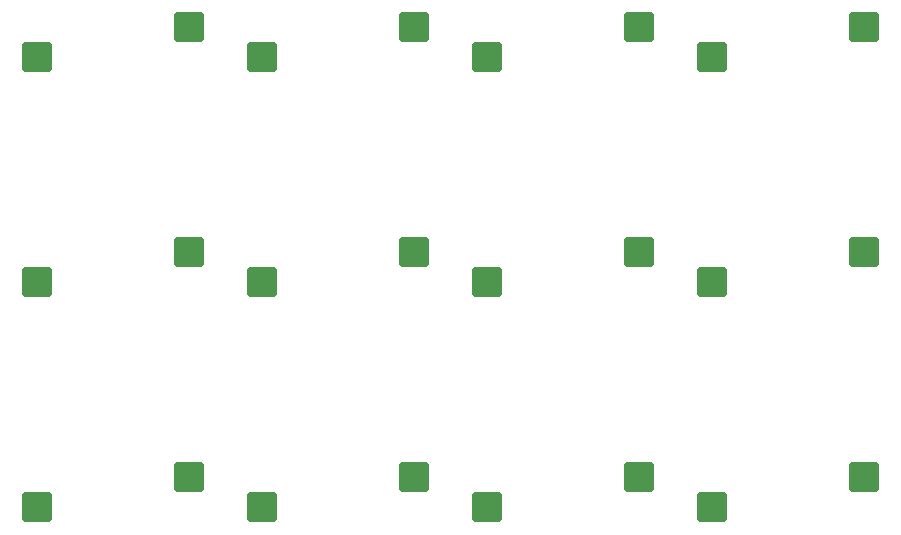
<source format=gbr>
%TF.GenerationSoftware,KiCad,Pcbnew,7.0.5*%
%TF.CreationDate,2023-11-04T19:54:29+08:00*%
%TF.ProjectId,Three2One,54687265-6532-44f6-9e65-2e6b69636164,rev?*%
%TF.SameCoordinates,Original*%
%TF.FileFunction,Paste,Bot*%
%TF.FilePolarity,Positive*%
%FSLAX46Y46*%
G04 Gerber Fmt 4.6, Leading zero omitted, Abs format (unit mm)*
G04 Created by KiCad (PCBNEW 7.0.5) date 2023-11-04 19:54:29*
%MOMM*%
%LPD*%
G01*
G04 APERTURE LIST*
G04 Aperture macros list*
%AMRoundRect*
0 Rectangle with rounded corners*
0 $1 Rounding radius*
0 $2 $3 $4 $5 $6 $7 $8 $9 X,Y pos of 4 corners*
0 Add a 4 corners polygon primitive as box body*
4,1,4,$2,$3,$4,$5,$6,$7,$8,$9,$2,$3,0*
0 Add four circle primitives for the rounded corners*
1,1,$1+$1,$2,$3*
1,1,$1+$1,$4,$5*
1,1,$1+$1,$6,$7*
1,1,$1+$1,$8,$9*
0 Add four rect primitives between the rounded corners*
20,1,$1+$1,$2,$3,$4,$5,0*
20,1,$1+$1,$4,$5,$6,$7,0*
20,1,$1+$1,$6,$7,$8,$9,0*
20,1,$1+$1,$8,$9,$2,$3,0*%
G04 Aperture macros list end*
%ADD10RoundRect,0.250000X-1.025000X-1.000000X1.025000X-1.000000X1.025000X1.000000X-1.025000X1.000000X0*%
G04 APERTURE END LIST*
D10*
%TO.C,RE3*%
X110655000Y-32710000D03*
X123582000Y-30170000D03*
%TD*%
%TO.C,RE4*%
X129705000Y-32710000D03*
X142632000Y-30170000D03*
%TD*%
%TO.C,SW9*%
X72555000Y-70810000D03*
X85482000Y-68270000D03*
%TD*%
%TO.C,SW6*%
X91605000Y-51760000D03*
X104532000Y-49220000D03*
%TD*%
%TO.C,SW8*%
X129705000Y-51760000D03*
X142632000Y-49220000D03*
%TD*%
%TO.C,RE1*%
X72555000Y-32710000D03*
X85482000Y-30170000D03*
%TD*%
%TO.C,SW12*%
X129705000Y-70810000D03*
X142632000Y-68270000D03*
%TD*%
%TO.C,SW10*%
X91605000Y-70810000D03*
X104532000Y-68270000D03*
%TD*%
%TO.C,RE2*%
X91605000Y-32710000D03*
X104532000Y-30170000D03*
%TD*%
%TO.C,SW7*%
X110655000Y-51760000D03*
X123582000Y-49220000D03*
%TD*%
%TO.C,SW11*%
X110655000Y-70810000D03*
X123582000Y-68270000D03*
%TD*%
%TO.C,SW5*%
X72555000Y-51760000D03*
X85482000Y-49220000D03*
%TD*%
M02*

</source>
